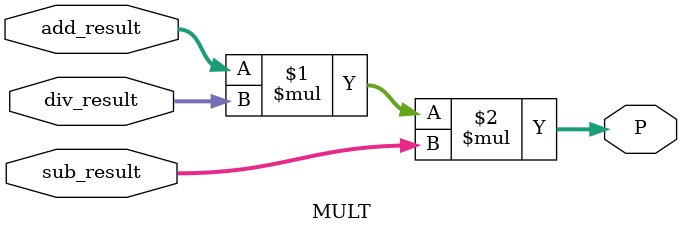
<source format=v>
module MULT (
	input wire [8:0] add_result,
	input wire [8:0] div_result,
	input wire [8:0] sub_result,
	output wire [26:0] P
);

assign P = add_result * div_result * sub_result;

endmodule
</source>
